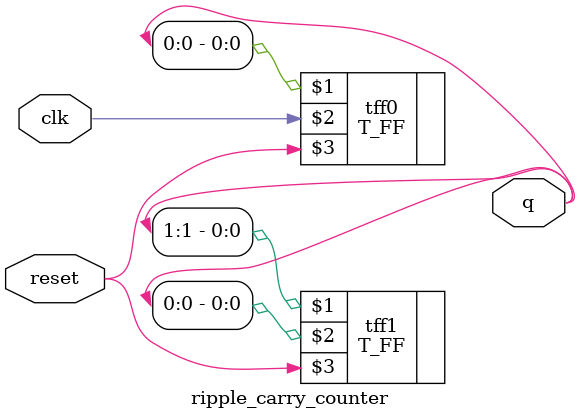
<source format=v>
`timescale 1ns / 1ps

module ripple_carry_counter(q, clk, reset);

// 此範例輸入輸出的型別定義在括弧外
// 輸出有 2 個位元
    output [1:0] q;
    input clk;
    input reset;

// 呼叫兩個自定義的 T_FF，其實體名稱分別為：tff0、tff1    
    T_FF tff0(q[0], clk, reset);
    T_FF tff1(q[1], q[0], reset);
    
endmodule
</source>
